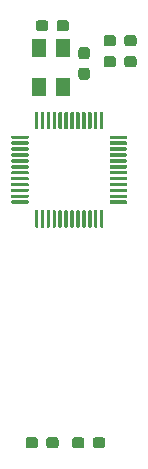
<source format=gbr>
%TF.GenerationSoftware,KiCad,Pcbnew,5.1.6-c6e7f7d~87~ubuntu18.04.1*%
%TF.CreationDate,2020-09-17T09:17:57+10:00*%
%TF.ProjectId,MSPY-FR2355,4d535059-2d46-4523-9233-35352e6b6963,rev?*%
%TF.SameCoordinates,Original*%
%TF.FileFunction,Paste,Top*%
%TF.FilePolarity,Positive*%
%FSLAX46Y46*%
G04 Gerber Fmt 4.6, Leading zero omitted, Abs format (unit mm)*
G04 Created by KiCad (PCBNEW 5.1.6-c6e7f7d~87~ubuntu18.04.1) date 2020-09-17 09:17:57*
%MOMM*%
%LPD*%
G01*
G04 APERTURE LIST*
%ADD10R,1.300000X1.600000*%
G04 APERTURE END LIST*
D10*
%TO.C,Y1*%
X139938000Y-83440000D03*
X139938000Y-86740000D03*
X137938000Y-86740000D03*
X137938000Y-83440000D03*
%TD*%
%TO.C,U1*%
G36*
G01*
X143962000Y-90826000D02*
X145287000Y-90826000D01*
G75*
G02*
X145362000Y-90901000I0J-75000D01*
G01*
X145362000Y-91051000D01*
G75*
G02*
X145287000Y-91126000I-75000J0D01*
G01*
X143962000Y-91126000D01*
G75*
G02*
X143887000Y-91051000I0J75000D01*
G01*
X143887000Y-90901000D01*
G75*
G02*
X143962000Y-90826000I75000J0D01*
G01*
G37*
G36*
G01*
X143962000Y-91326000D02*
X145287000Y-91326000D01*
G75*
G02*
X145362000Y-91401000I0J-75000D01*
G01*
X145362000Y-91551000D01*
G75*
G02*
X145287000Y-91626000I-75000J0D01*
G01*
X143962000Y-91626000D01*
G75*
G02*
X143887000Y-91551000I0J75000D01*
G01*
X143887000Y-91401000D01*
G75*
G02*
X143962000Y-91326000I75000J0D01*
G01*
G37*
G36*
G01*
X143962000Y-91826000D02*
X145287000Y-91826000D01*
G75*
G02*
X145362000Y-91901000I0J-75000D01*
G01*
X145362000Y-92051000D01*
G75*
G02*
X145287000Y-92126000I-75000J0D01*
G01*
X143962000Y-92126000D01*
G75*
G02*
X143887000Y-92051000I0J75000D01*
G01*
X143887000Y-91901000D01*
G75*
G02*
X143962000Y-91826000I75000J0D01*
G01*
G37*
G36*
G01*
X143962000Y-92326000D02*
X145287000Y-92326000D01*
G75*
G02*
X145362000Y-92401000I0J-75000D01*
G01*
X145362000Y-92551000D01*
G75*
G02*
X145287000Y-92626000I-75000J0D01*
G01*
X143962000Y-92626000D01*
G75*
G02*
X143887000Y-92551000I0J75000D01*
G01*
X143887000Y-92401000D01*
G75*
G02*
X143962000Y-92326000I75000J0D01*
G01*
G37*
G36*
G01*
X143962000Y-92826000D02*
X145287000Y-92826000D01*
G75*
G02*
X145362000Y-92901000I0J-75000D01*
G01*
X145362000Y-93051000D01*
G75*
G02*
X145287000Y-93126000I-75000J0D01*
G01*
X143962000Y-93126000D01*
G75*
G02*
X143887000Y-93051000I0J75000D01*
G01*
X143887000Y-92901000D01*
G75*
G02*
X143962000Y-92826000I75000J0D01*
G01*
G37*
G36*
G01*
X143962000Y-93326000D02*
X145287000Y-93326000D01*
G75*
G02*
X145362000Y-93401000I0J-75000D01*
G01*
X145362000Y-93551000D01*
G75*
G02*
X145287000Y-93626000I-75000J0D01*
G01*
X143962000Y-93626000D01*
G75*
G02*
X143887000Y-93551000I0J75000D01*
G01*
X143887000Y-93401000D01*
G75*
G02*
X143962000Y-93326000I75000J0D01*
G01*
G37*
G36*
G01*
X143962000Y-93826000D02*
X145287000Y-93826000D01*
G75*
G02*
X145362000Y-93901000I0J-75000D01*
G01*
X145362000Y-94051000D01*
G75*
G02*
X145287000Y-94126000I-75000J0D01*
G01*
X143962000Y-94126000D01*
G75*
G02*
X143887000Y-94051000I0J75000D01*
G01*
X143887000Y-93901000D01*
G75*
G02*
X143962000Y-93826000I75000J0D01*
G01*
G37*
G36*
G01*
X143962000Y-94326000D02*
X145287000Y-94326000D01*
G75*
G02*
X145362000Y-94401000I0J-75000D01*
G01*
X145362000Y-94551000D01*
G75*
G02*
X145287000Y-94626000I-75000J0D01*
G01*
X143962000Y-94626000D01*
G75*
G02*
X143887000Y-94551000I0J75000D01*
G01*
X143887000Y-94401000D01*
G75*
G02*
X143962000Y-94326000I75000J0D01*
G01*
G37*
G36*
G01*
X143962000Y-94826000D02*
X145287000Y-94826000D01*
G75*
G02*
X145362000Y-94901000I0J-75000D01*
G01*
X145362000Y-95051000D01*
G75*
G02*
X145287000Y-95126000I-75000J0D01*
G01*
X143962000Y-95126000D01*
G75*
G02*
X143887000Y-95051000I0J75000D01*
G01*
X143887000Y-94901000D01*
G75*
G02*
X143962000Y-94826000I75000J0D01*
G01*
G37*
G36*
G01*
X143962000Y-95326000D02*
X145287000Y-95326000D01*
G75*
G02*
X145362000Y-95401000I0J-75000D01*
G01*
X145362000Y-95551000D01*
G75*
G02*
X145287000Y-95626000I-75000J0D01*
G01*
X143962000Y-95626000D01*
G75*
G02*
X143887000Y-95551000I0J75000D01*
G01*
X143887000Y-95401000D01*
G75*
G02*
X143962000Y-95326000I75000J0D01*
G01*
G37*
G36*
G01*
X143962000Y-95826000D02*
X145287000Y-95826000D01*
G75*
G02*
X145362000Y-95901000I0J-75000D01*
G01*
X145362000Y-96051000D01*
G75*
G02*
X145287000Y-96126000I-75000J0D01*
G01*
X143962000Y-96126000D01*
G75*
G02*
X143887000Y-96051000I0J75000D01*
G01*
X143887000Y-95901000D01*
G75*
G02*
X143962000Y-95826000I75000J0D01*
G01*
G37*
G36*
G01*
X143962000Y-96326000D02*
X145287000Y-96326000D01*
G75*
G02*
X145362000Y-96401000I0J-75000D01*
G01*
X145362000Y-96551000D01*
G75*
G02*
X145287000Y-96626000I-75000J0D01*
G01*
X143962000Y-96626000D01*
G75*
G02*
X143887000Y-96551000I0J75000D01*
G01*
X143887000Y-96401000D01*
G75*
G02*
X143962000Y-96326000I75000J0D01*
G01*
G37*
G36*
G01*
X143137000Y-97151000D02*
X143287000Y-97151000D01*
G75*
G02*
X143362000Y-97226000I0J-75000D01*
G01*
X143362000Y-98551000D01*
G75*
G02*
X143287000Y-98626000I-75000J0D01*
G01*
X143137000Y-98626000D01*
G75*
G02*
X143062000Y-98551000I0J75000D01*
G01*
X143062000Y-97226000D01*
G75*
G02*
X143137000Y-97151000I75000J0D01*
G01*
G37*
G36*
G01*
X142637000Y-97151000D02*
X142787000Y-97151000D01*
G75*
G02*
X142862000Y-97226000I0J-75000D01*
G01*
X142862000Y-98551000D01*
G75*
G02*
X142787000Y-98626000I-75000J0D01*
G01*
X142637000Y-98626000D01*
G75*
G02*
X142562000Y-98551000I0J75000D01*
G01*
X142562000Y-97226000D01*
G75*
G02*
X142637000Y-97151000I75000J0D01*
G01*
G37*
G36*
G01*
X142137000Y-97151000D02*
X142287000Y-97151000D01*
G75*
G02*
X142362000Y-97226000I0J-75000D01*
G01*
X142362000Y-98551000D01*
G75*
G02*
X142287000Y-98626000I-75000J0D01*
G01*
X142137000Y-98626000D01*
G75*
G02*
X142062000Y-98551000I0J75000D01*
G01*
X142062000Y-97226000D01*
G75*
G02*
X142137000Y-97151000I75000J0D01*
G01*
G37*
G36*
G01*
X141637000Y-97151000D02*
X141787000Y-97151000D01*
G75*
G02*
X141862000Y-97226000I0J-75000D01*
G01*
X141862000Y-98551000D01*
G75*
G02*
X141787000Y-98626000I-75000J0D01*
G01*
X141637000Y-98626000D01*
G75*
G02*
X141562000Y-98551000I0J75000D01*
G01*
X141562000Y-97226000D01*
G75*
G02*
X141637000Y-97151000I75000J0D01*
G01*
G37*
G36*
G01*
X141137000Y-97151000D02*
X141287000Y-97151000D01*
G75*
G02*
X141362000Y-97226000I0J-75000D01*
G01*
X141362000Y-98551000D01*
G75*
G02*
X141287000Y-98626000I-75000J0D01*
G01*
X141137000Y-98626000D01*
G75*
G02*
X141062000Y-98551000I0J75000D01*
G01*
X141062000Y-97226000D01*
G75*
G02*
X141137000Y-97151000I75000J0D01*
G01*
G37*
G36*
G01*
X140637000Y-97151000D02*
X140787000Y-97151000D01*
G75*
G02*
X140862000Y-97226000I0J-75000D01*
G01*
X140862000Y-98551000D01*
G75*
G02*
X140787000Y-98626000I-75000J0D01*
G01*
X140637000Y-98626000D01*
G75*
G02*
X140562000Y-98551000I0J75000D01*
G01*
X140562000Y-97226000D01*
G75*
G02*
X140637000Y-97151000I75000J0D01*
G01*
G37*
G36*
G01*
X140137000Y-97151000D02*
X140287000Y-97151000D01*
G75*
G02*
X140362000Y-97226000I0J-75000D01*
G01*
X140362000Y-98551000D01*
G75*
G02*
X140287000Y-98626000I-75000J0D01*
G01*
X140137000Y-98626000D01*
G75*
G02*
X140062000Y-98551000I0J75000D01*
G01*
X140062000Y-97226000D01*
G75*
G02*
X140137000Y-97151000I75000J0D01*
G01*
G37*
G36*
G01*
X139637000Y-97151000D02*
X139787000Y-97151000D01*
G75*
G02*
X139862000Y-97226000I0J-75000D01*
G01*
X139862000Y-98551000D01*
G75*
G02*
X139787000Y-98626000I-75000J0D01*
G01*
X139637000Y-98626000D01*
G75*
G02*
X139562000Y-98551000I0J75000D01*
G01*
X139562000Y-97226000D01*
G75*
G02*
X139637000Y-97151000I75000J0D01*
G01*
G37*
G36*
G01*
X139137000Y-97151000D02*
X139287000Y-97151000D01*
G75*
G02*
X139362000Y-97226000I0J-75000D01*
G01*
X139362000Y-98551000D01*
G75*
G02*
X139287000Y-98626000I-75000J0D01*
G01*
X139137000Y-98626000D01*
G75*
G02*
X139062000Y-98551000I0J75000D01*
G01*
X139062000Y-97226000D01*
G75*
G02*
X139137000Y-97151000I75000J0D01*
G01*
G37*
G36*
G01*
X138637000Y-97151000D02*
X138787000Y-97151000D01*
G75*
G02*
X138862000Y-97226000I0J-75000D01*
G01*
X138862000Y-98551000D01*
G75*
G02*
X138787000Y-98626000I-75000J0D01*
G01*
X138637000Y-98626000D01*
G75*
G02*
X138562000Y-98551000I0J75000D01*
G01*
X138562000Y-97226000D01*
G75*
G02*
X138637000Y-97151000I75000J0D01*
G01*
G37*
G36*
G01*
X138137000Y-97151000D02*
X138287000Y-97151000D01*
G75*
G02*
X138362000Y-97226000I0J-75000D01*
G01*
X138362000Y-98551000D01*
G75*
G02*
X138287000Y-98626000I-75000J0D01*
G01*
X138137000Y-98626000D01*
G75*
G02*
X138062000Y-98551000I0J75000D01*
G01*
X138062000Y-97226000D01*
G75*
G02*
X138137000Y-97151000I75000J0D01*
G01*
G37*
G36*
G01*
X137637000Y-97151000D02*
X137787000Y-97151000D01*
G75*
G02*
X137862000Y-97226000I0J-75000D01*
G01*
X137862000Y-98551000D01*
G75*
G02*
X137787000Y-98626000I-75000J0D01*
G01*
X137637000Y-98626000D01*
G75*
G02*
X137562000Y-98551000I0J75000D01*
G01*
X137562000Y-97226000D01*
G75*
G02*
X137637000Y-97151000I75000J0D01*
G01*
G37*
G36*
G01*
X135637000Y-96326000D02*
X136962000Y-96326000D01*
G75*
G02*
X137037000Y-96401000I0J-75000D01*
G01*
X137037000Y-96551000D01*
G75*
G02*
X136962000Y-96626000I-75000J0D01*
G01*
X135637000Y-96626000D01*
G75*
G02*
X135562000Y-96551000I0J75000D01*
G01*
X135562000Y-96401000D01*
G75*
G02*
X135637000Y-96326000I75000J0D01*
G01*
G37*
G36*
G01*
X135637000Y-95826000D02*
X136962000Y-95826000D01*
G75*
G02*
X137037000Y-95901000I0J-75000D01*
G01*
X137037000Y-96051000D01*
G75*
G02*
X136962000Y-96126000I-75000J0D01*
G01*
X135637000Y-96126000D01*
G75*
G02*
X135562000Y-96051000I0J75000D01*
G01*
X135562000Y-95901000D01*
G75*
G02*
X135637000Y-95826000I75000J0D01*
G01*
G37*
G36*
G01*
X135637000Y-95326000D02*
X136962000Y-95326000D01*
G75*
G02*
X137037000Y-95401000I0J-75000D01*
G01*
X137037000Y-95551000D01*
G75*
G02*
X136962000Y-95626000I-75000J0D01*
G01*
X135637000Y-95626000D01*
G75*
G02*
X135562000Y-95551000I0J75000D01*
G01*
X135562000Y-95401000D01*
G75*
G02*
X135637000Y-95326000I75000J0D01*
G01*
G37*
G36*
G01*
X135637000Y-94826000D02*
X136962000Y-94826000D01*
G75*
G02*
X137037000Y-94901000I0J-75000D01*
G01*
X137037000Y-95051000D01*
G75*
G02*
X136962000Y-95126000I-75000J0D01*
G01*
X135637000Y-95126000D01*
G75*
G02*
X135562000Y-95051000I0J75000D01*
G01*
X135562000Y-94901000D01*
G75*
G02*
X135637000Y-94826000I75000J0D01*
G01*
G37*
G36*
G01*
X135637000Y-94326000D02*
X136962000Y-94326000D01*
G75*
G02*
X137037000Y-94401000I0J-75000D01*
G01*
X137037000Y-94551000D01*
G75*
G02*
X136962000Y-94626000I-75000J0D01*
G01*
X135637000Y-94626000D01*
G75*
G02*
X135562000Y-94551000I0J75000D01*
G01*
X135562000Y-94401000D01*
G75*
G02*
X135637000Y-94326000I75000J0D01*
G01*
G37*
G36*
G01*
X135637000Y-93826000D02*
X136962000Y-93826000D01*
G75*
G02*
X137037000Y-93901000I0J-75000D01*
G01*
X137037000Y-94051000D01*
G75*
G02*
X136962000Y-94126000I-75000J0D01*
G01*
X135637000Y-94126000D01*
G75*
G02*
X135562000Y-94051000I0J75000D01*
G01*
X135562000Y-93901000D01*
G75*
G02*
X135637000Y-93826000I75000J0D01*
G01*
G37*
G36*
G01*
X135637000Y-93326000D02*
X136962000Y-93326000D01*
G75*
G02*
X137037000Y-93401000I0J-75000D01*
G01*
X137037000Y-93551000D01*
G75*
G02*
X136962000Y-93626000I-75000J0D01*
G01*
X135637000Y-93626000D01*
G75*
G02*
X135562000Y-93551000I0J75000D01*
G01*
X135562000Y-93401000D01*
G75*
G02*
X135637000Y-93326000I75000J0D01*
G01*
G37*
G36*
G01*
X135637000Y-92826000D02*
X136962000Y-92826000D01*
G75*
G02*
X137037000Y-92901000I0J-75000D01*
G01*
X137037000Y-93051000D01*
G75*
G02*
X136962000Y-93126000I-75000J0D01*
G01*
X135637000Y-93126000D01*
G75*
G02*
X135562000Y-93051000I0J75000D01*
G01*
X135562000Y-92901000D01*
G75*
G02*
X135637000Y-92826000I75000J0D01*
G01*
G37*
G36*
G01*
X135637000Y-92326000D02*
X136962000Y-92326000D01*
G75*
G02*
X137037000Y-92401000I0J-75000D01*
G01*
X137037000Y-92551000D01*
G75*
G02*
X136962000Y-92626000I-75000J0D01*
G01*
X135637000Y-92626000D01*
G75*
G02*
X135562000Y-92551000I0J75000D01*
G01*
X135562000Y-92401000D01*
G75*
G02*
X135637000Y-92326000I75000J0D01*
G01*
G37*
G36*
G01*
X135637000Y-91826000D02*
X136962000Y-91826000D01*
G75*
G02*
X137037000Y-91901000I0J-75000D01*
G01*
X137037000Y-92051000D01*
G75*
G02*
X136962000Y-92126000I-75000J0D01*
G01*
X135637000Y-92126000D01*
G75*
G02*
X135562000Y-92051000I0J75000D01*
G01*
X135562000Y-91901000D01*
G75*
G02*
X135637000Y-91826000I75000J0D01*
G01*
G37*
G36*
G01*
X135637000Y-91326000D02*
X136962000Y-91326000D01*
G75*
G02*
X137037000Y-91401000I0J-75000D01*
G01*
X137037000Y-91551000D01*
G75*
G02*
X136962000Y-91626000I-75000J0D01*
G01*
X135637000Y-91626000D01*
G75*
G02*
X135562000Y-91551000I0J75000D01*
G01*
X135562000Y-91401000D01*
G75*
G02*
X135637000Y-91326000I75000J0D01*
G01*
G37*
G36*
G01*
X135637000Y-90826000D02*
X136962000Y-90826000D01*
G75*
G02*
X137037000Y-90901000I0J-75000D01*
G01*
X137037000Y-91051000D01*
G75*
G02*
X136962000Y-91126000I-75000J0D01*
G01*
X135637000Y-91126000D01*
G75*
G02*
X135562000Y-91051000I0J75000D01*
G01*
X135562000Y-90901000D01*
G75*
G02*
X135637000Y-90826000I75000J0D01*
G01*
G37*
G36*
G01*
X137637000Y-88826000D02*
X137787000Y-88826000D01*
G75*
G02*
X137862000Y-88901000I0J-75000D01*
G01*
X137862000Y-90226000D01*
G75*
G02*
X137787000Y-90301000I-75000J0D01*
G01*
X137637000Y-90301000D01*
G75*
G02*
X137562000Y-90226000I0J75000D01*
G01*
X137562000Y-88901000D01*
G75*
G02*
X137637000Y-88826000I75000J0D01*
G01*
G37*
G36*
G01*
X138137000Y-88826000D02*
X138287000Y-88826000D01*
G75*
G02*
X138362000Y-88901000I0J-75000D01*
G01*
X138362000Y-90226000D01*
G75*
G02*
X138287000Y-90301000I-75000J0D01*
G01*
X138137000Y-90301000D01*
G75*
G02*
X138062000Y-90226000I0J75000D01*
G01*
X138062000Y-88901000D01*
G75*
G02*
X138137000Y-88826000I75000J0D01*
G01*
G37*
G36*
G01*
X138637000Y-88826000D02*
X138787000Y-88826000D01*
G75*
G02*
X138862000Y-88901000I0J-75000D01*
G01*
X138862000Y-90226000D01*
G75*
G02*
X138787000Y-90301000I-75000J0D01*
G01*
X138637000Y-90301000D01*
G75*
G02*
X138562000Y-90226000I0J75000D01*
G01*
X138562000Y-88901000D01*
G75*
G02*
X138637000Y-88826000I75000J0D01*
G01*
G37*
G36*
G01*
X139137000Y-88826000D02*
X139287000Y-88826000D01*
G75*
G02*
X139362000Y-88901000I0J-75000D01*
G01*
X139362000Y-90226000D01*
G75*
G02*
X139287000Y-90301000I-75000J0D01*
G01*
X139137000Y-90301000D01*
G75*
G02*
X139062000Y-90226000I0J75000D01*
G01*
X139062000Y-88901000D01*
G75*
G02*
X139137000Y-88826000I75000J0D01*
G01*
G37*
G36*
G01*
X139637000Y-88826000D02*
X139787000Y-88826000D01*
G75*
G02*
X139862000Y-88901000I0J-75000D01*
G01*
X139862000Y-90226000D01*
G75*
G02*
X139787000Y-90301000I-75000J0D01*
G01*
X139637000Y-90301000D01*
G75*
G02*
X139562000Y-90226000I0J75000D01*
G01*
X139562000Y-88901000D01*
G75*
G02*
X139637000Y-88826000I75000J0D01*
G01*
G37*
G36*
G01*
X140137000Y-88826000D02*
X140287000Y-88826000D01*
G75*
G02*
X140362000Y-88901000I0J-75000D01*
G01*
X140362000Y-90226000D01*
G75*
G02*
X140287000Y-90301000I-75000J0D01*
G01*
X140137000Y-90301000D01*
G75*
G02*
X140062000Y-90226000I0J75000D01*
G01*
X140062000Y-88901000D01*
G75*
G02*
X140137000Y-88826000I75000J0D01*
G01*
G37*
G36*
G01*
X140637000Y-88826000D02*
X140787000Y-88826000D01*
G75*
G02*
X140862000Y-88901000I0J-75000D01*
G01*
X140862000Y-90226000D01*
G75*
G02*
X140787000Y-90301000I-75000J0D01*
G01*
X140637000Y-90301000D01*
G75*
G02*
X140562000Y-90226000I0J75000D01*
G01*
X140562000Y-88901000D01*
G75*
G02*
X140637000Y-88826000I75000J0D01*
G01*
G37*
G36*
G01*
X141137000Y-88826000D02*
X141287000Y-88826000D01*
G75*
G02*
X141362000Y-88901000I0J-75000D01*
G01*
X141362000Y-90226000D01*
G75*
G02*
X141287000Y-90301000I-75000J0D01*
G01*
X141137000Y-90301000D01*
G75*
G02*
X141062000Y-90226000I0J75000D01*
G01*
X141062000Y-88901000D01*
G75*
G02*
X141137000Y-88826000I75000J0D01*
G01*
G37*
G36*
G01*
X141637000Y-88826000D02*
X141787000Y-88826000D01*
G75*
G02*
X141862000Y-88901000I0J-75000D01*
G01*
X141862000Y-90226000D01*
G75*
G02*
X141787000Y-90301000I-75000J0D01*
G01*
X141637000Y-90301000D01*
G75*
G02*
X141562000Y-90226000I0J75000D01*
G01*
X141562000Y-88901000D01*
G75*
G02*
X141637000Y-88826000I75000J0D01*
G01*
G37*
G36*
G01*
X142137000Y-88826000D02*
X142287000Y-88826000D01*
G75*
G02*
X142362000Y-88901000I0J-75000D01*
G01*
X142362000Y-90226000D01*
G75*
G02*
X142287000Y-90301000I-75000J0D01*
G01*
X142137000Y-90301000D01*
G75*
G02*
X142062000Y-90226000I0J75000D01*
G01*
X142062000Y-88901000D01*
G75*
G02*
X142137000Y-88826000I75000J0D01*
G01*
G37*
G36*
G01*
X142637000Y-88826000D02*
X142787000Y-88826000D01*
G75*
G02*
X142862000Y-88901000I0J-75000D01*
G01*
X142862000Y-90226000D01*
G75*
G02*
X142787000Y-90301000I-75000J0D01*
G01*
X142637000Y-90301000D01*
G75*
G02*
X142562000Y-90226000I0J75000D01*
G01*
X142562000Y-88901000D01*
G75*
G02*
X142637000Y-88826000I75000J0D01*
G01*
G37*
G36*
G01*
X143137000Y-88826000D02*
X143287000Y-88826000D01*
G75*
G02*
X143362000Y-88901000I0J-75000D01*
G01*
X143362000Y-90226000D01*
G75*
G02*
X143287000Y-90301000I-75000J0D01*
G01*
X143137000Y-90301000D01*
G75*
G02*
X143062000Y-90226000I0J75000D01*
G01*
X143062000Y-88901000D01*
G75*
G02*
X143137000Y-88826000I75000J0D01*
G01*
G37*
%TD*%
%TO.C,C4*%
G36*
G01*
X139401000Y-81771500D02*
X139401000Y-81296500D01*
G75*
G02*
X139638500Y-81059000I237500J0D01*
G01*
X140213500Y-81059000D01*
G75*
G02*
X140451000Y-81296500I0J-237500D01*
G01*
X140451000Y-81771500D01*
G75*
G02*
X140213500Y-82009000I-237500J0D01*
G01*
X139638500Y-82009000D01*
G75*
G02*
X139401000Y-81771500I0J237500D01*
G01*
G37*
G36*
G01*
X137651000Y-81771500D02*
X137651000Y-81296500D01*
G75*
G02*
X137888500Y-81059000I237500J0D01*
G01*
X138463500Y-81059000D01*
G75*
G02*
X138701000Y-81296500I0J-237500D01*
G01*
X138701000Y-81771500D01*
G75*
G02*
X138463500Y-82009000I-237500J0D01*
G01*
X137888500Y-82009000D01*
G75*
G02*
X137651000Y-81771500I0J237500D01*
G01*
G37*
%TD*%
%TO.C,R1*%
G36*
G01*
X141763000Y-116602500D02*
X141763000Y-117077500D01*
G75*
G02*
X141525500Y-117315000I-237500J0D01*
G01*
X140950500Y-117315000D01*
G75*
G02*
X140713000Y-117077500I0J237500D01*
G01*
X140713000Y-116602500D01*
G75*
G02*
X140950500Y-116365000I237500J0D01*
G01*
X141525500Y-116365000D01*
G75*
G02*
X141763000Y-116602500I0J-237500D01*
G01*
G37*
G36*
G01*
X143513000Y-116602500D02*
X143513000Y-117077500D01*
G75*
G02*
X143275500Y-117315000I-237500J0D01*
G01*
X142700500Y-117315000D01*
G75*
G02*
X142463000Y-117077500I0J237500D01*
G01*
X142463000Y-116602500D01*
G75*
G02*
X142700500Y-116365000I237500J0D01*
G01*
X143275500Y-116365000D01*
G75*
G02*
X143513000Y-116602500I0J-237500D01*
G01*
G37*
%TD*%
%TO.C,C5*%
G36*
G01*
X141969500Y-84373000D02*
X141494500Y-84373000D01*
G75*
G02*
X141257000Y-84135500I0J237500D01*
G01*
X141257000Y-83560500D01*
G75*
G02*
X141494500Y-83323000I237500J0D01*
G01*
X141969500Y-83323000D01*
G75*
G02*
X142207000Y-83560500I0J-237500D01*
G01*
X142207000Y-84135500D01*
G75*
G02*
X141969500Y-84373000I-237500J0D01*
G01*
G37*
G36*
G01*
X141969500Y-86123000D02*
X141494500Y-86123000D01*
G75*
G02*
X141257000Y-85885500I0J237500D01*
G01*
X141257000Y-85310500D01*
G75*
G02*
X141494500Y-85073000I237500J0D01*
G01*
X141969500Y-85073000D01*
G75*
G02*
X142207000Y-85310500I0J-237500D01*
G01*
X142207000Y-85885500D01*
G75*
G02*
X141969500Y-86123000I-237500J0D01*
G01*
G37*
%TD*%
%TO.C,C3*%
G36*
G01*
X144430000Y-82566500D02*
X144430000Y-83041500D01*
G75*
G02*
X144192500Y-83279000I-237500J0D01*
G01*
X143617500Y-83279000D01*
G75*
G02*
X143380000Y-83041500I0J237500D01*
G01*
X143380000Y-82566500D01*
G75*
G02*
X143617500Y-82329000I237500J0D01*
G01*
X144192500Y-82329000D01*
G75*
G02*
X144430000Y-82566500I0J-237500D01*
G01*
G37*
G36*
G01*
X146180000Y-82566500D02*
X146180000Y-83041500D01*
G75*
G02*
X145942500Y-83279000I-237500J0D01*
G01*
X145367500Y-83279000D01*
G75*
G02*
X145130000Y-83041500I0J237500D01*
G01*
X145130000Y-82566500D01*
G75*
G02*
X145367500Y-82329000I237500J0D01*
G01*
X145942500Y-82329000D01*
G75*
G02*
X146180000Y-82566500I0J-237500D01*
G01*
G37*
%TD*%
%TO.C,C2*%
G36*
G01*
X137826000Y-116602500D02*
X137826000Y-117077500D01*
G75*
G02*
X137588500Y-117315000I-237500J0D01*
G01*
X137013500Y-117315000D01*
G75*
G02*
X136776000Y-117077500I0J237500D01*
G01*
X136776000Y-116602500D01*
G75*
G02*
X137013500Y-116365000I237500J0D01*
G01*
X137588500Y-116365000D01*
G75*
G02*
X137826000Y-116602500I0J-237500D01*
G01*
G37*
G36*
G01*
X139576000Y-116602500D02*
X139576000Y-117077500D01*
G75*
G02*
X139338500Y-117315000I-237500J0D01*
G01*
X138763500Y-117315000D01*
G75*
G02*
X138526000Y-117077500I0J237500D01*
G01*
X138526000Y-116602500D01*
G75*
G02*
X138763500Y-116365000I237500J0D01*
G01*
X139338500Y-116365000D01*
G75*
G02*
X139576000Y-116602500I0J-237500D01*
G01*
G37*
%TD*%
%TO.C,C1*%
G36*
G01*
X144430000Y-84344500D02*
X144430000Y-84819500D01*
G75*
G02*
X144192500Y-85057000I-237500J0D01*
G01*
X143617500Y-85057000D01*
G75*
G02*
X143380000Y-84819500I0J237500D01*
G01*
X143380000Y-84344500D01*
G75*
G02*
X143617500Y-84107000I237500J0D01*
G01*
X144192500Y-84107000D01*
G75*
G02*
X144430000Y-84344500I0J-237500D01*
G01*
G37*
G36*
G01*
X146180000Y-84344500D02*
X146180000Y-84819500D01*
G75*
G02*
X145942500Y-85057000I-237500J0D01*
G01*
X145367500Y-85057000D01*
G75*
G02*
X145130000Y-84819500I0J237500D01*
G01*
X145130000Y-84344500D01*
G75*
G02*
X145367500Y-84107000I237500J0D01*
G01*
X145942500Y-84107000D01*
G75*
G02*
X146180000Y-84344500I0J-237500D01*
G01*
G37*
%TD*%
M02*

</source>
